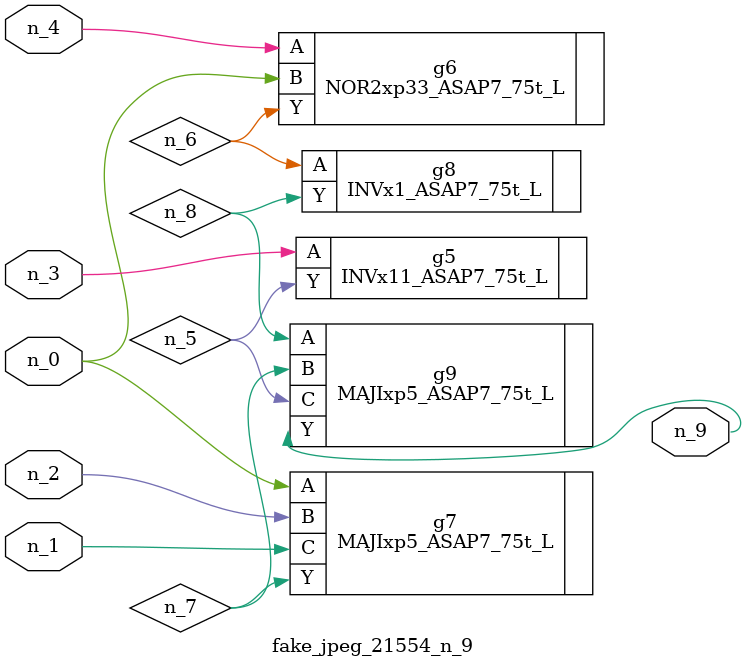
<source format=v>
module fake_jpeg_21554_n_9 (n_3, n_2, n_1, n_0, n_4, n_9);

input n_3;
input n_2;
input n_1;
input n_0;
input n_4;

output n_9;

wire n_8;
wire n_6;
wire n_5;
wire n_7;

INVx11_ASAP7_75t_L g5 ( 
.A(n_3),
.Y(n_5)
);

NOR2xp33_ASAP7_75t_L g6 ( 
.A(n_4),
.B(n_0),
.Y(n_6)
);

MAJIxp5_ASAP7_75t_L g7 ( 
.A(n_0),
.B(n_2),
.C(n_1),
.Y(n_7)
);

INVx1_ASAP7_75t_L g8 ( 
.A(n_6),
.Y(n_8)
);

MAJIxp5_ASAP7_75t_L g9 ( 
.A(n_8),
.B(n_7),
.C(n_5),
.Y(n_9)
);


endmodule
</source>
